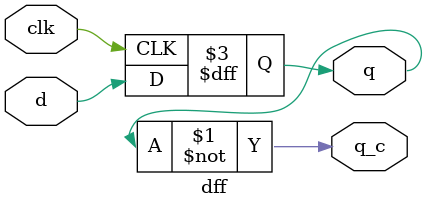
<source format=v>
`timescale 1ns / 1ps
module dff(d,clk,q,q_c);
input d,clk;
output q,q_c;
reg q;
assign q_c = ~q;
always @(posedge clk)
begin
	q <= d;	
end
endmodule

</source>
